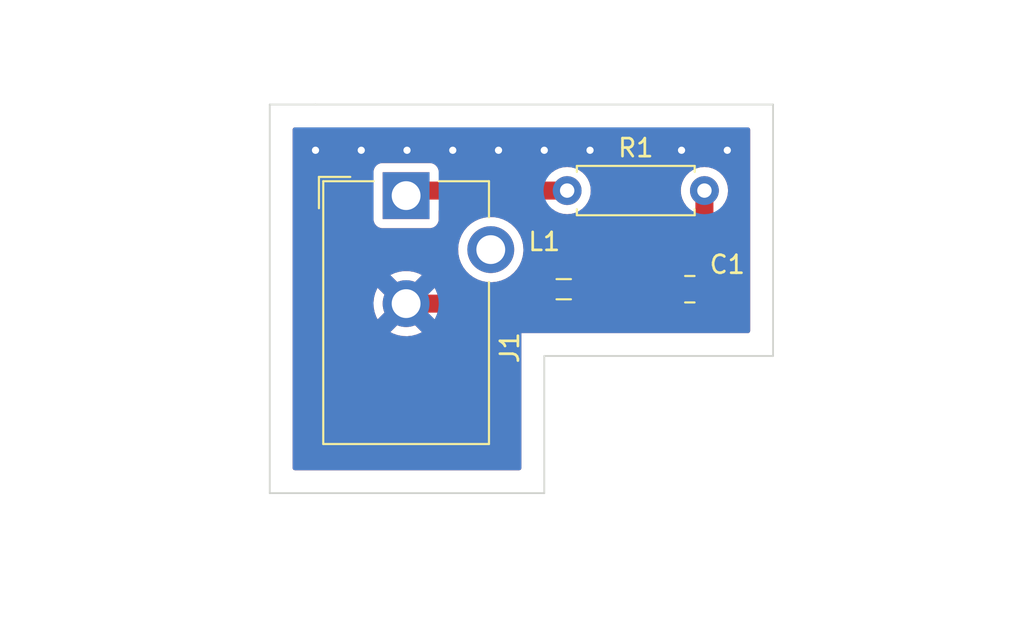
<source format=kicad_pcb>
(kicad_pcb (version 20211014) (generator pcbnew)
  (layers (0 "F.Cu" signal) (31 "B.Cu" signal) (34 "B.Paste" user) (35 "F.Paste" user) (36 "B.SilkS" user "B.Silkscreen") (37 "F.SilkS" user "F.Silkscreen") (38 "B.Mask" user) (39 "F.Mask" user) (44 "Edge.Cuts" user))
  (net 0 "")
  (net 1 "Net-(R1-Pad1)")
  (net 2 "Net-(C1-Pad1)")
  (net 3 "GND")
  (footprint "Connector_BarrelJack:BarrelJack_CUI_PJ-102AH_Horizontal" (layer "F.Cu") (at 114.25 83.8)
    (fp_text reference "J1" (at 5.75 8.45 90) (layer "F.SilkS"))
    (fp_text value "Barrel_Jack")
    (fp_line (start -4.84 0.7) (end -4.84 -1.04) (layer "F.SilkS") (width 0.12))
    (fp_line (start 4.6 -0.8) (end 4.6 1.2) (layer "F.SilkS") (width 0.12))
    (fp_line (start -4.84 -1.04) (end -3.1 -1.04) (layer "F.SilkS") (width 0.12))
    (fp_line (start 4.6 4.8) (end 4.6 13.8) (layer "F.SilkS") (width 0.12))
    (fp_line (start 1.8 -0.8) (end 4.6 -0.8) (layer "F.SilkS") (width 0.12))
    (fp_line (start -4.6 -0.8) (end -1.8 -0.8) (layer "F.SilkS") (width 0.12))
    (fp_line (start 4.6 13.8) (end -4.6 13.8) (layer "F.SilkS") (width 0.12))
    (fp_line (start -4.6 13.8) (end -4.6 -0.8) (layer "F.SilkS") (width 0.12))
    (pad "1" thru_hole rect (at 0 0) (size 2.6 2.6) (drill 1.6) (layers *.Cu *.Mask) (net 1 "Net-(R1-Pad1)"))
    (pad "2" thru_hole circle (at 0 6) (size 2.6 2.6) (drill 1.6) (layers *.Cu *.Mask) (net 3 "GND"))
    (pad "3" thru_hole circle (at 4.7 3) (size 2.6 2.6) (drill 1.6) (layers *.Cu *.Mask))
  )
  (footprint "Inductor_SMD:L_0805_2012Metric" (layer "F.Cu") (at 123 89)
    (fp_text reference "L1" (at -1.08 -2.64) (layer "F.SilkS"))
    (fp_text value "33uH")
    (fp_line (start -0.399622 -0.56) (end 0.399622 -0.56) (layer "F.SilkS") (width 0.12))
    (fp_line (start -0.399622 0.56) (end 0.399622 0.56) (layer "F.SilkS") (width 0.12))
    (pad "1" smd roundrect (at -1.0625 0) (size 0.875 1.2) (layers "F.Cu" "F.Paste" "F.Mask") (net 3 "GND"))
    (pad "2" smd roundrect (at 1.0625 0) (size 0.875 1.2) (layers "F.Cu" "F.Paste" "F.Mask") (net 2 "Net-(C1-Pad1)"))
  )
  (footprint "Resistor_THT:R_Axial_DIN0207_L6.3mm_D2.5mm_P7.62mm_Horizontal" (layer "F.Cu") (at 123.19 83.52)
    (fp_text reference "R1" (at 3.81 -2.37) (layer "F.SilkS"))
    (fp_text value "160ohms")
    (fp_line (start 7.08 1.37) (end 7.08 1.04) (layer "F.SilkS") (width 0.12))
    (fp_line (start 7.08 -1.37) (end 7.08 -1.04) (layer "F.SilkS") (width 0.12))
    (fp_line (start 0.54 -1.04) (end 0.54 -1.37) (layer "F.SilkS") (width 0.12))
    (fp_line (start 0.54 -1.37) (end 7.08 -1.37) (layer "F.SilkS") (width 0.12))
    (fp_line (start 0.54 1.04) (end 0.54 1.37) (layer "F.SilkS") (width 0.12))
    (fp_line (start 0.54 1.37) (end 7.08 1.37) (layer "F.SilkS") (width 0.12))
    (pad "1" thru_hole circle (at 0 0) (size 1.6 1.6) (drill 0.8) (layers *.Cu *.Mask) (net 1 "Net-(R1-Pad1)"))
    (pad "2" thru_hole oval (at 7.62 0) (size 1.6 1.6) (drill 0.8) (layers *.Cu *.Mask) (net 2 "Net-(C1-Pad1)"))
  )
  (footprint "Capacitor_SMD:C_0805_2012Metric" (layer "F.Cu") (at 130 89)
    (fp_text reference "C1" (at 2.08 -1.37) (layer "F.SilkS"))
    (fp_text value "20nH")
    (fp_line (start -0.261252 0.735) (end 0.261252 0.735) (layer "F.SilkS") (width 0.12))
    (fp_line (start -0.261252 -0.735) (end 0.261252 -0.735) (layer "F.SilkS") (width 0.12))
    (pad "1" smd roundrect (at -0.95 0) (size 1 1.45) (layers "F.Cu" "F.Paste" "F.Mask") (net 2 "Net-(C1-Pad1)"))
    (pad "2" smd roundrect (at 0.95 0) (size 1 1.45) (layers "F.Cu" "F.Paste" "F.Mask") (net 3 "GND"))
  )
  (gr_line (start 121.92 100.33) (end 121.92 92.71) (layer "Edge.Cuts") (width 0.1))
  (gr_line (start 109.22 78.74) (end 134.62 78.74) (layer "Edge.Cuts") (width 0.1))
  (gr_line (start 121.92 92.71) (end 134.62 92.71) (layer "Edge.Cuts") (width 0.1))
  (gr_line (start 109.22 78.74) (end 106.68 78.74) (layer "Edge.Cuts") (width 0.1))
  (gr_line (start 134.62 78.74) (end 134.62 92.71) (layer "Edge.Cuts") (width 0.1))
  (gr_line (start 106.68 100.33) (end 106.68 78.74) (layer "Edge.Cuts") (width 0.1))
  (gr_line (start 121.92 100.33) (end 106.68 100.33) (layer "Edge.Cuts") (width 0.1))
  (segment (start 114.53 83.52) (end 114.25 83.8) (width 1) (layer "F.Cu") (net 1))
  (segment (start 123.19 83.52) (end 114.53 83.52) (width 1) (layer "F.Cu") (net 1))
  (segment (start 130.03 87.14) (end 129.05 87.14) (width 1) (layer "F.Cu") (net 2))
  (segment (start 129.05 89) (end 124.0625 89) (width 1) (layer "F.Cu") (net 2))
  (segment (start 130.81 86.36) (end 130.03 87.14) (width 1) (layer "F.Cu") (net 2))
  (segment (start 129.05 87.14) (end 129.05 89) (width 1) (layer "F.Cu") (net 2))
  (segment (start 130.81 83.52) (end 130.81 86.36) (width 1) (layer "F.Cu") (net 2))
  (segment (start 121.1375 89.8) (end 121.9375 89) (width 1) (layer "F.Cu") (net 3))
  (segment (start 121.1375 89.8) (end 114.25 89.8) (width 1) (layer "F.Cu") (net 3))
  (segment (start 130.95 90.03) (end 130.95 89) (width 1) (layer "F.Cu") (net 3))
  (segment (start 130.55548 90.42452) (end 130.95 90.03) (width 1) (layer "F.Cu") (net 3))
  (segment (start 121.9375 90.1525) (end 121.92 90.17) (width 1) (layer "F.Cu") (net 3))
  (segment (start 122.17452 90.42452) (end 130.55548 90.42452) (width 1) (layer "F.Cu") (net 3))
  (segment (start 121.92 90.17) (end 122.17452 90.42452) (width 1) (layer "F.Cu") (net 3))
  (segment (start 121.9375 89) (end 121.9375 90.1525) (width 1) (layer "F.Cu") (net 3))
  (via (at 116.84 81.28) (size 0.8) (drill 0.4) (layers "F.Cu" "B.Cu") (net 3))
  (via (at 124.46 81.28) (size 0.8) (drill 0.4) (layers "F.Cu" "B.Cu") (net 3))
  (via (at 119.38 81.28) (size 0.8) (drill 0.4) (layers "F.Cu" "B.Cu") (net 3))
  (via (at 111.76 81.28) (size 0.8) (drill 0.4) (layers "F.Cu" "B.Cu") (net 3))
  (via (at 114.3 81.28) (size 0.8) (drill 0.4) (layers "F.Cu" "B.Cu") (net 3))
  (via (at 129.54 81.28) (size 0.8) (drill 0.4) (layers "F.Cu" "B.Cu") (net 3))
  (via (at 109.22 81.28) (size 0.8) (drill 0.4) (layers "F.Cu" "B.Cu") (net 3))
  (via (at 121.92 81.28) (size 0.8) (drill 0.4) (layers "F.Cu" "B.Cu") (net 3))
  (via (at 132.08 81.28) (size 0.8) (drill 0.4) (layers "F.Cu" "B.Cu") (net 3))
  (zone (net 3) (net_name "GND") (layer "F.Cu") (connect_pads (clearance 0.508)) (min_thickness 0.254) (fill yes (thermal_gap 0.508) (thermal_bridge_width 1))
    (polygon (pts (xy 133.35 91.44) (xy 120.65 91.44) (xy 120.65 99.06) (xy 107.95 99.06) (xy 107.95 80.01) (xy 133.35 80.01)))
  )
  (zone (net 3) (net_name "GND") (layer "B.Cu") (connect_pads (clearance 0.508)) (min_thickness 0.254) (fill yes (thermal_gap 0.508) (thermal_bridge_width 1))
    (polygon (pts (xy 133.35 91.44) (xy 120.65 91.44) (xy 120.65 99.06) (xy 107.95 99.06) (xy 107.95 80.01) (xy 133.35 80.01)))
  )
)
</source>
